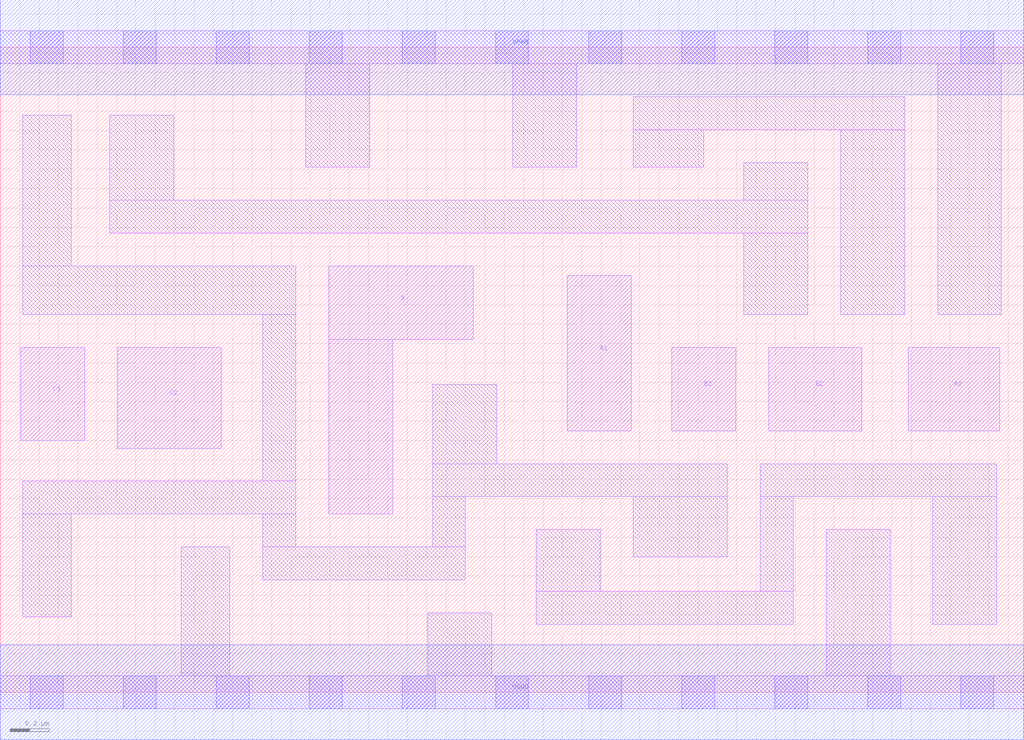
<source format=lef>
# Copyright 2020 The SkyWater PDK Authors
#
# Licensed under the Apache License, Version 2.0 (the "License");
# you may not use this file except in compliance with the License.
# You may obtain a copy of the License at
#
#     https://www.apache.org/licenses/LICENSE-2.0
#
# Unless required by applicable law or agreed to in writing, software
# distributed under the License is distributed on an "AS IS" BASIS,
# WITHOUT WARRANTIES OR CONDITIONS OF ANY KIND, either express or implied.
# See the License for the specific language governing permissions and
# limitations under the License.
#
# SPDX-License-Identifier: Apache-2.0

VERSION 5.7 ;
  NAMESCASESENSITIVE ON ;
  NOWIREEXTENSIONATPIN ON ;
  DIVIDERCHAR "/" ;
  BUSBITCHARS "[]" ;
UNITS
  DATABASE MICRONS 200 ;
END UNITS
MACRO sky130_fd_sc_ls__a222o_2
  CLASS CORE ;
  FOREIGN sky130_fd_sc_ls__a222o_2 ;
  ORIGIN  0.000000  0.000000 ;
  SIZE  5.280000 BY  3.330000 ;
  SYMMETRY X Y ;
  SITE unit ;
  PIN A1
    ANTENNAGATEAREA  0.246000 ;
    DIRECTION INPUT ;
    USE SIGNAL ;
    PORT
      LAYER li1 ;
        RECT 2.925000 1.350000 3.255000 2.150000 ;
    END
  END A1
  PIN A2
    ANTENNAGATEAREA  0.246000 ;
    DIRECTION INPUT ;
    USE SIGNAL ;
    PORT
      LAYER li1 ;
        RECT 4.685000 1.350000 5.155000 1.780000 ;
    END
  END A2
  PIN B1
    ANTENNAGATEAREA  0.246000 ;
    DIRECTION INPUT ;
    USE SIGNAL ;
    PORT
      LAYER li1 ;
        RECT 3.465000 1.350000 3.795000 1.780000 ;
    END
  END B1
  PIN B2
    ANTENNAGATEAREA  0.246000 ;
    DIRECTION INPUT ;
    USE SIGNAL ;
    PORT
      LAYER li1 ;
        RECT 3.965000 1.350000 4.445000 1.780000 ;
    END
  END B2
  PIN C1
    ANTENNAGATEAREA  0.246000 ;
    DIRECTION INPUT ;
    USE SIGNAL ;
    PORT
      LAYER li1 ;
        RECT 0.105000 1.300000 0.435000 1.780000 ;
    END
  END C1
  PIN C2
    ANTENNAGATEAREA  0.246000 ;
    DIRECTION INPUT ;
    USE SIGNAL ;
    PORT
      LAYER li1 ;
        RECT 0.605000 1.260000 1.140000 1.780000 ;
    END
  END C2
  PIN X
    ANTENNADIFFAREA  0.543200 ;
    DIRECTION OUTPUT ;
    USE SIGNAL ;
    PORT
      LAYER li1 ;
        RECT 1.695000 0.920000 2.025000 1.820000 ;
        RECT 1.695000 1.820000 2.440000 2.200000 ;
    END
  END X
  PIN VGND
    DIRECTION INOUT ;
    SHAPE ABUTMENT ;
    USE GROUND ;
    PORT
      LAYER met1 ;
        RECT 0.000000 -0.245000 5.280000 0.245000 ;
    END
  END VGND
  PIN VPWR
    DIRECTION INOUT ;
    SHAPE ABUTMENT ;
    USE POWER ;
    PORT
      LAYER met1 ;
        RECT 0.000000 3.085000 5.280000 3.575000 ;
    END
  END VPWR
  OBS
    LAYER li1 ;
      RECT 0.000000 -0.085000 5.280000 0.085000 ;
      RECT 0.000000  3.245000 5.280000 3.415000 ;
      RECT 0.115000  0.390000 0.365000 0.920000 ;
      RECT 0.115000  0.920000 1.525000 1.090000 ;
      RECT 0.115000  1.950000 1.525000 2.200000 ;
      RECT 0.115000  2.200000 0.365000 2.980000 ;
      RECT 0.565000  2.370000 4.165000 2.540000 ;
      RECT 0.565000  2.540000 0.895000 2.980000 ;
      RECT 0.935000  0.085000 1.185000 0.750000 ;
      RECT 1.355000  0.580000 2.400000 0.750000 ;
      RECT 1.355000  0.750000 1.525000 0.920000 ;
      RECT 1.355000  1.090000 1.525000 1.950000 ;
      RECT 1.575000  2.710000 1.905000 3.245000 ;
      RECT 2.205000  0.085000 2.535000 0.410000 ;
      RECT 2.230000  0.750000 2.400000 1.010000 ;
      RECT 2.230000  1.010000 3.750000 1.180000 ;
      RECT 2.230000  1.180000 2.560000 1.590000 ;
      RECT 2.645000  2.710000 2.975000 3.245000 ;
      RECT 2.765000  0.350000 4.090000 0.520000 ;
      RECT 2.765000  0.520000 3.095000 0.840000 ;
      RECT 3.265000  0.700000 3.750000 1.010000 ;
      RECT 3.265000  2.710000 3.630000 2.905000 ;
      RECT 3.265000  2.905000 4.665000 3.075000 ;
      RECT 3.835000  1.950000 4.165000 2.370000 ;
      RECT 3.835000  2.540000 4.165000 2.735000 ;
      RECT 3.920000  0.520000 4.090000 1.010000 ;
      RECT 3.920000  1.010000 5.140000 1.180000 ;
      RECT 4.260000  0.085000 4.590000 0.840000 ;
      RECT 4.335000  1.950000 4.665000 2.905000 ;
      RECT 4.810000  0.350000 5.140000 1.010000 ;
      RECT 4.835000  1.950000 5.165000 3.245000 ;
    LAYER mcon ;
      RECT 0.155000 -0.085000 0.325000 0.085000 ;
      RECT 0.155000  3.245000 0.325000 3.415000 ;
      RECT 0.635000 -0.085000 0.805000 0.085000 ;
      RECT 0.635000  3.245000 0.805000 3.415000 ;
      RECT 1.115000 -0.085000 1.285000 0.085000 ;
      RECT 1.115000  3.245000 1.285000 3.415000 ;
      RECT 1.595000 -0.085000 1.765000 0.085000 ;
      RECT 1.595000  3.245000 1.765000 3.415000 ;
      RECT 2.075000 -0.085000 2.245000 0.085000 ;
      RECT 2.075000  3.245000 2.245000 3.415000 ;
      RECT 2.555000 -0.085000 2.725000 0.085000 ;
      RECT 2.555000  3.245000 2.725000 3.415000 ;
      RECT 3.035000 -0.085000 3.205000 0.085000 ;
      RECT 3.035000  3.245000 3.205000 3.415000 ;
      RECT 3.515000 -0.085000 3.685000 0.085000 ;
      RECT 3.515000  3.245000 3.685000 3.415000 ;
      RECT 3.995000 -0.085000 4.165000 0.085000 ;
      RECT 3.995000  3.245000 4.165000 3.415000 ;
      RECT 4.475000 -0.085000 4.645000 0.085000 ;
      RECT 4.475000  3.245000 4.645000 3.415000 ;
      RECT 4.955000 -0.085000 5.125000 0.085000 ;
      RECT 4.955000  3.245000 5.125000 3.415000 ;
  END
END sky130_fd_sc_ls__a222o_2
END LIBRARY

</source>
